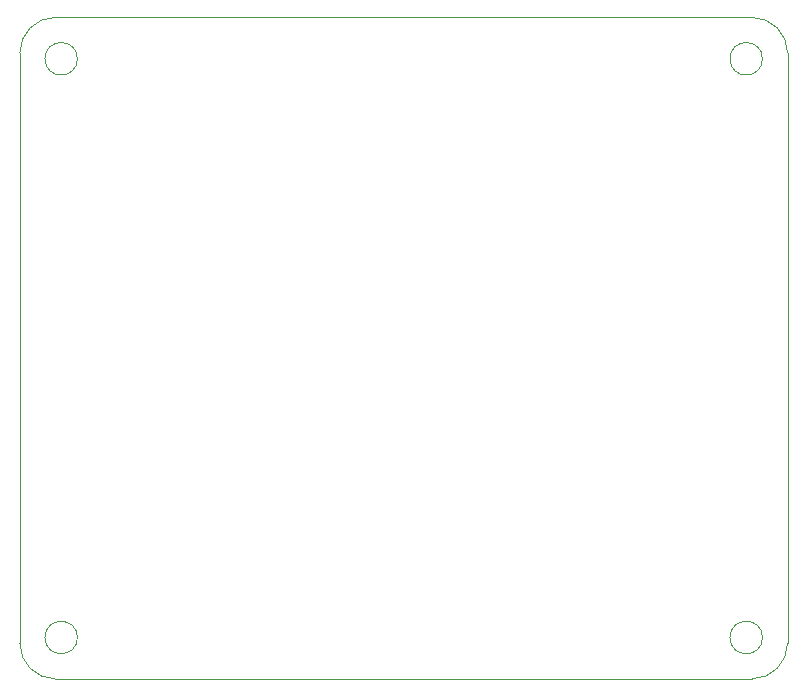
<source format=gbr>
G04 #@! TF.FileFunction,Profile,NP*
%FSLAX46Y46*%
G04 Gerber Fmt 4.6, Leading zero omitted, Abs format (unit mm)*
G04 Created by KiCad (PCBNEW 4.0.7) date 09/24/17 15:20:56*
%MOMM*%
%LPD*%
G01*
G04 APERTURE LIST*
%ADD10C,0.100000*%
G04 APERTURE END LIST*
D10*
X179454813Y-73180585D02*
X179454813Y-123180585D01*
X117454813Y-126180585D02*
X176454813Y-126180585D01*
X114454813Y-73180585D02*
X114454813Y-107680585D01*
X117454813Y-70180585D02*
X176454813Y-70180585D01*
X114454813Y-107680585D02*
X114454813Y-123180585D01*
X119329813Y-122680585D02*
G75*
G03X119329813Y-122680585I-1375000J0D01*
G01*
X177329813Y-122680585D02*
G75*
G03X177329813Y-122680585I-1375000J0D01*
G01*
X177329813Y-73680585D02*
G75*
G03X177329813Y-73680585I-1375000J0D01*
G01*
X119329824Y-73680585D02*
G75*
G03X119329824Y-73680585I-1375000J0D01*
G01*
X117454813Y-126180585D02*
G75*
G02X114454813Y-123180585I0J3000000D01*
G01*
X179454813Y-123180585D02*
G75*
G02X176454813Y-126180585I-3000000J0D01*
G01*
X176454813Y-70180585D02*
G75*
G02X179454813Y-73180585I0J-3000000D01*
G01*
X114454813Y-73180585D02*
G75*
G02X117454813Y-70180585I3000000J0D01*
G01*
M02*

</source>
